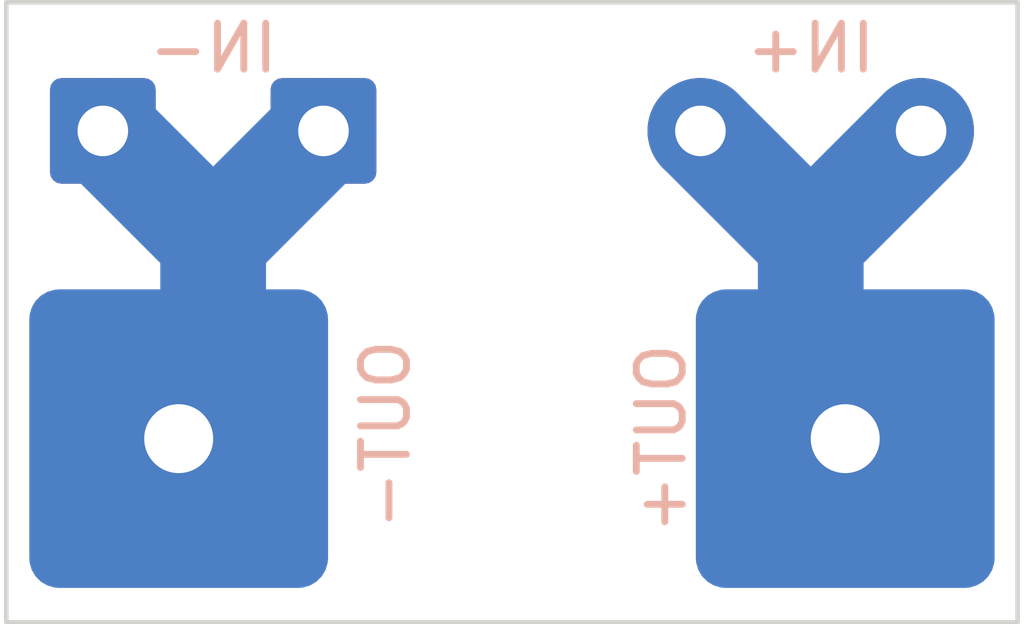
<source format=kicad_pcb>
(kicad_pcb (version 20221018) (generator pcbnew)
  (layers (0 "F.Cu" signal) (31 "B.Cu" signal) (34 "B.Paste" user) (35 "F.Paste" user) (36 "B.SilkS" user "B.Silkscreen") (37 "F.SilkS" user "F.Silkscreen") (38 "B.Mask" user) (39 "F.Mask" user) (44 "Edge.Cuts" user))
  (net 0 "")
  (net 1 "Net-(S1-Pin_1)")
  (net 2 "Net-(S2-Pin_1)")
  (footprint "TestPoint:TestPoint_Pad_4.0x4.0mm" (layer "B.Cu") (at 3.75 9.5 180)
    (fp_text reference "OUT_NEG1" hide)
    (fp_text value "OUT-" (at -4.5 0.087694 90) (layer "B.SilkS") (effects (justify mirror)))
    (pad "1" smd roundrect (at 0 0 180) (size 6.5 6.5) (layers "B.Cu" "B.Mask") (roundrect_rratio 0.1) (net 2 "Net-(S2-Pin_1)"))
  )
  (footprint "TestPoint:TestPoint_Pad_4.0x4.0mm" (layer "B.Cu") (at 18.25 9.5 180)
    (fp_text reference "OUT_POS1" hide)
    (fp_text value "OUT+" (at 4 0 90) (layer "B.SilkS") (effects (justify mirror)))
    (pad "1" smd roundrect (at 0 0 180) (size 6.5 6.5) (layers "B.Cu" "B.Mask") (roundrect_rratio 0.1) (net 1 "Net-(S1-Pin_1)"))
  )
  (footprint "Connector_Wire:SolderWire-0.5sqmm_1x02_P4.8mm_D0.9mm_OD2.3mm" (layer "B.Cu") (at 6.9 2.8 180)
    (fp_text reference "S2" hide)
    (fp_text value "IN-" (at 2.4 1.8) (layer "B.SilkS") (effects (justify mirror)))
    (pad "1" thru_hole roundrect (at 0 0 180) (size 2.3 2.3) (drill 1.1) (layers "*.Cu" "*.Mask") (roundrect_rratio 0.108696087) (net 2 "Net-(S2-Pin_1)"))
    (pad "2" thru_hole roundrect (at 4.8 0 180) (size 2.3 2.3) (drill 1.1) (layers "*.Cu" "*.Mask") (roundrect_rratio 0.1086956522) (net 2 "Net-(S2-Pin_1)"))
  )
  (footprint "Connector_Wire:SolderWire-0.5sqmm_1x02_P4.8mm_D0.9mm_OD2.3mm" (layer "B.Cu") (at 19.9 2.8 180)
    (fp_text reference "S1" hide)
    (fp_text value "IN+" (at 2.4 1.8) (layer "B.SilkS") (effects (justify mirror)))
    (pad "1" thru_hole circle (at 0 0 180) (size 2.3 2.3) (drill 1.1) (layers "*.Cu" "*.Mask") (net 1 "Net-(S1-Pin_1)"))
    (pad "2" thru_hole circle (at 4.8 0 180) (size 2.3 2.3) (drill 1.1) (layers "*.Cu" "*.Mask") (net 1 "Net-(S1-Pin_1)"))
  )
  (gr_rect (start 0 0) (end 22 13.5) (stroke (width 0.1)) (fill none) (layer "Edge.Cuts"))
  (via (at 18.25 9.5) (size 2) (drill 1.5) (layers "F.Cu" "B.Cu") (net 1))
  (segment (start 15.1 2.8) (end 17.5 5.2) (width 2.3) (layer "B.Cu") (net 1))
  (segment (start 17.5 9.8) (end 17.5 5.2) (width 2.3) (layer "B.Cu") (net 1))
  (segment (start 17.5 5.2) (end 19.9 2.8) (width 2.3) (layer "B.Cu") (net 1))
  (via (at 3.75 9.5) (size 2) (drill 1.5) (layers "F.Cu" "B.Cu") (net 2))
  (segment (start 4.5 5.2) (end 4.5 9.8) (width 2.3) (layer "B.Cu") (net 2))
  (segment (start 6.9 2.8) (end 4.5 5.2) (width 2.3) (layer "B.Cu") (net 2))
  (segment (start 2.1 2.8) (end 4.5 5.2) (width 2.3) (layer "B.Cu") (net 2))
)
</source>
